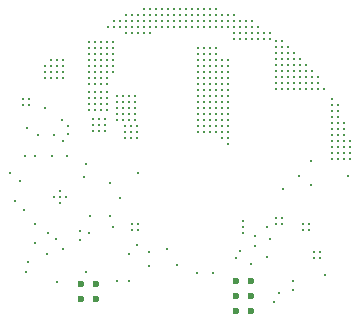
<source format=gbr>
G04 Layer_Color=0*
%FSLAX25Y25*%
%MOIN*%
%TF.FileFunction,PTH,Drill*%
%TF.Part,Single*%
G01*
G75*
%TA.AperFunction,ComponentDrill*%
%ADD127C,0.02362*%
%TA.AperFunction,ComponentDrill*%
%ADD128C,0.02362*%
%TA.AperFunction,ViaDrill*%
%ADD129C,0.01000*%
D127*
X365000Y290000D02*
D03*
Y285000D02*
D03*
X360000Y290000D02*
D03*
Y285000D02*
D03*
D128*
X416500Y281000D02*
D03*
X411500D02*
D03*
X416500Y286000D02*
D03*
X411500D02*
D03*
X416500Y291000D02*
D03*
X411500D02*
D03*
D129*
X409000Y336500D02*
D03*
Y338500D02*
D03*
X407000D02*
D03*
X345500Y339500D02*
D03*
X342000Y342000D02*
D03*
X340500Y349500D02*
D03*
X433000Y361000D02*
D03*
X431000D02*
D03*
X439000Y359000D02*
D03*
X354000Y337500D02*
D03*
X342500Y349500D02*
D03*
Y351500D02*
D03*
X340500D02*
D03*
X361500Y330000D02*
D03*
X374500Y338500D02*
D03*
Y340500D02*
D03*
Y342500D02*
D03*
X376500Y338500D02*
D03*
X378500D02*
D03*
X376500Y340500D02*
D03*
X378500D02*
D03*
X376500Y342500D02*
D03*
X378500D02*
D03*
X370500Y308929D02*
D03*
X352000Y290500D02*
D03*
X362500Y307000D02*
D03*
X359500Y304500D02*
D03*
X341673Y293827D02*
D03*
X342173Y297173D02*
D03*
X369500Y312500D02*
D03*
X348500Y300000D02*
D03*
X344500Y303500D02*
D03*
X351500Y305000D02*
D03*
X363000Y312500D02*
D03*
X427000Y310000D02*
D03*
X423000Y305000D02*
D03*
X422000Y299000D02*
D03*
X417827Y302500D02*
D03*
X436000Y310000D02*
D03*
Y308000D02*
D03*
X399000Y368500D02*
D03*
X401000D02*
D03*
Y366500D02*
D03*
X399000D02*
D03*
Y364500D02*
D03*
X401000D02*
D03*
Y362500D02*
D03*
X399000D02*
D03*
Y360500D02*
D03*
X401000D02*
D03*
X403000D02*
D03*
Y362500D02*
D03*
Y364500D02*
D03*
Y366500D02*
D03*
Y368500D02*
D03*
X405000D02*
D03*
Y366500D02*
D03*
Y364500D02*
D03*
Y362500D02*
D03*
Y360500D02*
D03*
X407000D02*
D03*
Y362500D02*
D03*
Y364500D02*
D03*
X409000D02*
D03*
Y362500D02*
D03*
Y360500D02*
D03*
Y358500D02*
D03*
X407000D02*
D03*
X405000D02*
D03*
X403000D02*
D03*
X401000D02*
D03*
X399000D02*
D03*
X361500Y294000D02*
D03*
X372000Y291000D02*
D03*
X341000Y314500D02*
D03*
X449500Y337500D02*
D03*
X433000Y359000D02*
D03*
X431000D02*
D03*
X425000D02*
D03*
Y361000D02*
D03*
Y367000D02*
D03*
Y369000D02*
D03*
X431000Y367000D02*
D03*
X344500Y310000D02*
D03*
X424327Y283827D02*
D03*
X339673Y324327D02*
D03*
X378000Y352500D02*
D03*
X366500Y356500D02*
D03*
X368500D02*
D03*
X364500D02*
D03*
X362500D02*
D03*
X369000Y375500D02*
D03*
X371000Y377500D02*
D03*
Y375500D02*
D03*
X375000Y373500D02*
D03*
X377000D02*
D03*
X379000D02*
D03*
X381000D02*
D03*
X383000D02*
D03*
X449500Y335500D02*
D03*
Y333500D02*
D03*
Y331500D02*
D03*
X447500Y343500D02*
D03*
Y341500D02*
D03*
Y339500D02*
D03*
Y337500D02*
D03*
Y335500D02*
D03*
Y333500D02*
D03*
Y331500D02*
D03*
X443500Y347500D02*
D03*
Y345500D02*
D03*
Y343500D02*
D03*
Y341500D02*
D03*
Y339500D02*
D03*
Y337500D02*
D03*
Y335500D02*
D03*
Y333500D02*
D03*
Y331500D02*
D03*
X445500D02*
D03*
Y333500D02*
D03*
Y335500D02*
D03*
Y337500D02*
D03*
Y339500D02*
D03*
Y341500D02*
D03*
Y343500D02*
D03*
Y345500D02*
D03*
Y347500D02*
D03*
Y349500D02*
D03*
X443500D02*
D03*
Y351500D02*
D03*
X376000Y352500D02*
D03*
X374000D02*
D03*
X372000D02*
D03*
Y350500D02*
D03*
X374000D02*
D03*
X376000D02*
D03*
X378000D02*
D03*
Y348500D02*
D03*
X376000D02*
D03*
X374000D02*
D03*
X372000D02*
D03*
Y346500D02*
D03*
X374000D02*
D03*
X376000D02*
D03*
X378000D02*
D03*
Y344500D02*
D03*
X376000D02*
D03*
X374000D02*
D03*
X372000D02*
D03*
X362500Y370500D02*
D03*
X364500D02*
D03*
X366500D02*
D03*
X368500D02*
D03*
X370500D02*
D03*
Y368500D02*
D03*
X368500D02*
D03*
X366500D02*
D03*
X364500D02*
D03*
X362500D02*
D03*
Y366500D02*
D03*
X364500D02*
D03*
X366500D02*
D03*
X368500D02*
D03*
X370500D02*
D03*
Y364500D02*
D03*
X368500D02*
D03*
X366500D02*
D03*
X364500D02*
D03*
X362500D02*
D03*
Y362500D02*
D03*
X364500D02*
D03*
X366500D02*
D03*
X368500D02*
D03*
X370500D02*
D03*
Y360500D02*
D03*
X368500D02*
D03*
X366500D02*
D03*
X364500D02*
D03*
X362500D02*
D03*
Y358500D02*
D03*
X364500D02*
D03*
X366500D02*
D03*
X368500D02*
D03*
Y348000D02*
D03*
X366500D02*
D03*
X364500D02*
D03*
X362500D02*
D03*
Y354000D02*
D03*
X364500D02*
D03*
X366500D02*
D03*
X368500D02*
D03*
Y352000D02*
D03*
X366500D02*
D03*
X364500D02*
D03*
X362500D02*
D03*
Y350000D02*
D03*
X364500D02*
D03*
X366500D02*
D03*
X368500D02*
D03*
X385000Y381500D02*
D03*
X383000D02*
D03*
X385000Y379500D02*
D03*
X383000D02*
D03*
X387000D02*
D03*
Y381500D02*
D03*
X389000D02*
D03*
Y379500D02*
D03*
X391000D02*
D03*
Y381500D02*
D03*
X393000D02*
D03*
Y379500D02*
D03*
X381000Y381500D02*
D03*
Y379500D02*
D03*
X379000D02*
D03*
Y377500D02*
D03*
X383000D02*
D03*
X381000D02*
D03*
X385000D02*
D03*
X387000D02*
D03*
X389000D02*
D03*
X391000D02*
D03*
X393000D02*
D03*
X395000Y381500D02*
D03*
Y379500D02*
D03*
Y377500D02*
D03*
Y375500D02*
D03*
X393000D02*
D03*
X391000D02*
D03*
X389000D02*
D03*
X387000D02*
D03*
X383000D02*
D03*
X381000D02*
D03*
X379000D02*
D03*
X377000Y379500D02*
D03*
Y377500D02*
D03*
Y375500D02*
D03*
X375000D02*
D03*
Y377500D02*
D03*
Y379500D02*
D03*
X397000Y381500D02*
D03*
Y379500D02*
D03*
Y377500D02*
D03*
Y375500D02*
D03*
X399000D02*
D03*
Y377500D02*
D03*
Y379500D02*
D03*
Y381500D02*
D03*
X401000Y379500D02*
D03*
Y377500D02*
D03*
Y375500D02*
D03*
X403000D02*
D03*
Y377500D02*
D03*
Y379500D02*
D03*
X405000D02*
D03*
Y377500D02*
D03*
Y375500D02*
D03*
X368000Y345000D02*
D03*
X366000D02*
D03*
X364000D02*
D03*
Y343000D02*
D03*
X366000D02*
D03*
X368000D02*
D03*
Y341000D02*
D03*
X366000D02*
D03*
X364000D02*
D03*
X427000Y361000D02*
D03*
X429000D02*
D03*
X435000D02*
D03*
X427000Y363000D02*
D03*
X429000D02*
D03*
X431000D02*
D03*
X433000D02*
D03*
X427000Y365000D02*
D03*
X429000D02*
D03*
X431000D02*
D03*
X429000Y367000D02*
D03*
X427000D02*
D03*
Y369000D02*
D03*
X429000D02*
D03*
X435000Y359000D02*
D03*
X429000D02*
D03*
X427000D02*
D03*
Y357000D02*
D03*
X429000D02*
D03*
X431000D02*
D03*
X433000D02*
D03*
X435000D02*
D03*
Y355000D02*
D03*
X433000D02*
D03*
X431000D02*
D03*
X429000D02*
D03*
X427000D02*
D03*
X437000D02*
D03*
Y357000D02*
D03*
Y359000D02*
D03*
Y361000D02*
D03*
X435000Y363000D02*
D03*
X433000Y365000D02*
D03*
X439000Y355000D02*
D03*
Y357000D02*
D03*
X352000Y364500D02*
D03*
X350000D02*
D03*
Y362500D02*
D03*
X352000D02*
D03*
Y360500D02*
D03*
X350000D02*
D03*
X348000D02*
D03*
Y362500D02*
D03*
Y358500D02*
D03*
X350000D02*
D03*
X352000D02*
D03*
X409000Y340500D02*
D03*
X407000D02*
D03*
X405000D02*
D03*
X409000Y342500D02*
D03*
X407000D02*
D03*
X405000D02*
D03*
Y344500D02*
D03*
X407000D02*
D03*
X409000D02*
D03*
Y346500D02*
D03*
X407000D02*
D03*
X405000D02*
D03*
X403000D02*
D03*
Y344500D02*
D03*
Y340500D02*
D03*
Y342500D02*
D03*
X409000Y348500D02*
D03*
X407000D02*
D03*
X405000D02*
D03*
X403000D02*
D03*
Y350500D02*
D03*
X405000D02*
D03*
X407000D02*
D03*
X409000D02*
D03*
X407000Y352500D02*
D03*
X405000D02*
D03*
X403000D02*
D03*
Y354500D02*
D03*
X405000D02*
D03*
X407000D02*
D03*
X409000D02*
D03*
Y356500D02*
D03*
X407000D02*
D03*
X405000D02*
D03*
X403000D02*
D03*
X409000Y352500D02*
D03*
X401000Y356500D02*
D03*
Y354500D02*
D03*
Y352500D02*
D03*
Y350500D02*
D03*
Y348500D02*
D03*
Y346500D02*
D03*
Y344500D02*
D03*
Y342500D02*
D03*
Y340500D02*
D03*
X399000Y356500D02*
D03*
Y354500D02*
D03*
Y352500D02*
D03*
Y350500D02*
D03*
Y348500D02*
D03*
Y346500D02*
D03*
Y344500D02*
D03*
Y342500D02*
D03*
Y340500D02*
D03*
X379000Y327000D02*
D03*
X436500Y331000D02*
D03*
X422000Y309000D02*
D03*
X414000Y307000D02*
D03*
Y309000D02*
D03*
Y311000D02*
D03*
X418000Y306000D02*
D03*
X427468Y321532D02*
D03*
X427000Y312000D02*
D03*
X425000D02*
D03*
Y310000D02*
D03*
X441000Y355000D02*
D03*
X425000Y365000D02*
D03*
Y363000D02*
D03*
Y357000D02*
D03*
Y355000D02*
D03*
X449000Y326000D02*
D03*
X434000Y310000D02*
D03*
Y308000D02*
D03*
X439500Y300500D02*
D03*
Y298500D02*
D03*
X437500Y300500D02*
D03*
Y298500D02*
D03*
X401000Y381500D02*
D03*
X403000D02*
D03*
X373000Y377500D02*
D03*
Y375500D02*
D03*
X407000Y379500D02*
D03*
Y377500D02*
D03*
Y375500D02*
D03*
X409000D02*
D03*
Y377500D02*
D03*
Y379500D02*
D03*
X411000Y375500D02*
D03*
Y377500D02*
D03*
X385000Y375500D02*
D03*
X436500Y323000D02*
D03*
X413000Y375500D02*
D03*
Y373500D02*
D03*
X415000D02*
D03*
Y375500D02*
D03*
X417000D02*
D03*
Y373500D02*
D03*
X419000D02*
D03*
Y375500D02*
D03*
X421000Y373500D02*
D03*
X411000D02*
D03*
X441327Y292827D02*
D03*
X430500Y291000D02*
D03*
X411000Y379500D02*
D03*
X413000Y377500D02*
D03*
X415000D02*
D03*
X417000D02*
D03*
X405000Y381500D02*
D03*
X423000Y373500D02*
D03*
X419000Y371500D02*
D03*
X425000Y371000D02*
D03*
X421000Y371500D02*
D03*
X423000D02*
D03*
X417000D02*
D03*
X415000D02*
D03*
X413000D02*
D03*
X411000D02*
D03*
X427000Y371000D02*
D03*
X373000Y318500D02*
D03*
X379000Y310000D02*
D03*
Y308000D02*
D03*
X377000Y310000D02*
D03*
Y308000D02*
D03*
X341173Y332500D02*
D03*
X344500D02*
D03*
X353000Y319000D02*
D03*
X351000D02*
D03*
X353000Y317000D02*
D03*
X369500Y323500D02*
D03*
X338000Y317500D02*
D03*
X336327Y327000D02*
D03*
X355000Y319000D02*
D03*
X350173Y332500D02*
D03*
X355327Y332500D02*
D03*
X361071Y325429D02*
D03*
X353000Y321000D02*
D03*
X355595Y339905D02*
D03*
X355500Y342500D02*
D03*
X353500Y344500D02*
D03*
X359500Y307500D02*
D03*
X350929Y339441D02*
D03*
X348000Y348500D02*
D03*
X349000Y307000D02*
D03*
X354000Y301500D02*
D03*
X376000Y300000D02*
D03*
X378500Y303000D02*
D03*
X388500Y301500D02*
D03*
X382500Y300500D02*
D03*
X391827Y296327D02*
D03*
X376000Y291000D02*
D03*
X416500Y296500D02*
D03*
X432500Y326000D02*
D03*
X430500Y288000D02*
D03*
X413000Y301000D02*
D03*
X426000Y287000D02*
D03*
X411500Y298440D02*
D03*
X404000Y293500D02*
D03*
X398500D02*
D03*
X382500Y296000D02*
D03*
X354000Y364500D02*
D03*
Y362500D02*
D03*
Y360500D02*
D03*
Y358500D02*
D03*
%TF.MD5,84212ECFF1D0B21F0CBB757CC1398127*%
M02*

</source>
